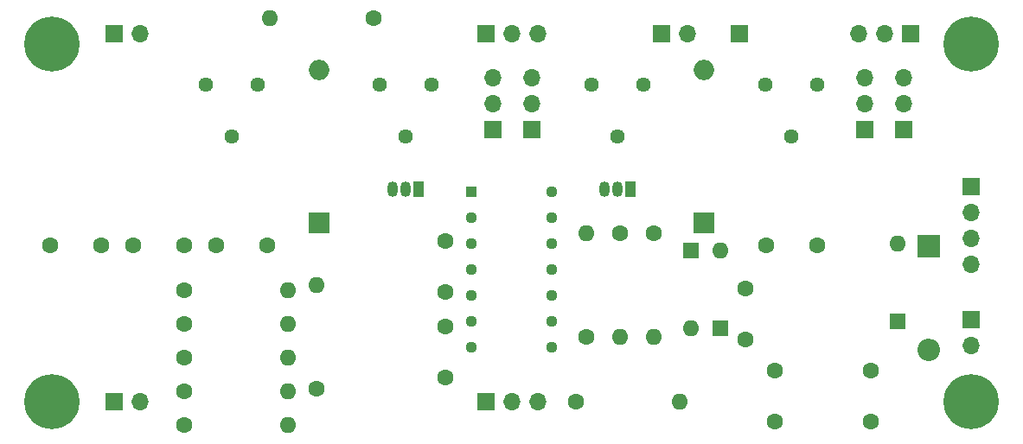
<source format=gbr>
G04 #@! TF.GenerationSoftware,KiCad,Pcbnew,(5.1.6)-1*
G04 #@! TF.CreationDate,2021-04-21T10:00:15-05:00*
G04 #@! TF.ProjectId,GuitarBoard,47756974-6172-4426-9f61-72642e6b6963,rev?*
G04 #@! TF.SameCoordinates,Original*
G04 #@! TF.FileFunction,Soldermask,Top*
G04 #@! TF.FilePolarity,Negative*
%FSLAX46Y46*%
G04 Gerber Fmt 4.6, Leading zero omitted, Abs format (unit mm)*
G04 Created by KiCad (PCBNEW (5.1.6)-1) date 2021-04-21 10:00:15*
%MOMM*%
%LPD*%
G01*
G04 APERTURE LIST*
%ADD10C,1.440000*%
%ADD11R,1.700000X1.700000*%
%ADD12O,1.700000X1.700000*%
%ADD13C,1.600000*%
%ADD14R,2.000000X2.000000*%
%ADD15O,2.000000X2.000000*%
%ADD16R,2.200000X2.200000*%
%ADD17O,2.200000X2.200000*%
%ADD18R,1.600000X1.600000*%
%ADD19O,1.600000X1.600000*%
%ADD20C,5.400000*%
%ADD21R,1.130000X1.130000*%
%ADD22C,1.130000*%
%ADD23O,1.050000X1.500000*%
%ADD24R,1.050000X1.500000*%
G04 APERTURE END LIST*
D10*
G04 #@! TO.C,Dist Volume*
X114808000Y-84000000D03*
X117348000Y-89080000D03*
X119888000Y-84000000D03*
G04 #@! TD*
D11*
G04 #@! TO.C,9V*
X152000000Y-107000000D03*
D12*
X152000000Y-109540000D03*
G04 #@! TD*
D13*
G04 #@! TO.C,C1*
X66802000Y-99714000D03*
X61802000Y-99714000D03*
G04 #@! TD*
G04 #@! TO.C,C2*
X74930000Y-99714000D03*
X69930000Y-99714000D03*
G04 #@! TD*
G04 #@! TO.C,C3*
X131906000Y-99714000D03*
X136906000Y-99714000D03*
G04 #@! TD*
G04 #@! TO.C,C4*
X83058000Y-99714000D03*
X78058000Y-99714000D03*
G04 #@! TD*
G04 #@! TO.C,C5*
X100476000Y-104314000D03*
X100476000Y-99314000D03*
G04 #@! TD*
G04 #@! TO.C,C6*
X100476000Y-107696000D03*
X100476000Y-112696000D03*
G04 #@! TD*
G04 #@! TO.C,C7*
X142132000Y-117014000D03*
X142132000Y-112014000D03*
G04 #@! TD*
G04 #@! TO.C,C8*
X129902000Y-108966000D03*
X129902000Y-103966000D03*
G04 #@! TD*
G04 #@! TO.C,C9*
X132734000Y-117014000D03*
X132734000Y-112014000D03*
G04 #@! TD*
D14*
G04 #@! TO.C,C10*
X125857000Y-97536000D03*
D15*
X125857000Y-82536000D03*
G04 #@! TD*
G04 #@! TO.C,C11*
X88138000Y-82536000D03*
D14*
X88138000Y-97536000D03*
G04 #@! TD*
D16*
G04 #@! TO.C,D1*
X147828000Y-99822000D03*
D17*
X147828000Y-109982000D03*
G04 #@! TD*
D18*
G04 #@! TO.C,D2*
X127444500Y-107823000D03*
D19*
X127444500Y-100203000D03*
G04 #@! TD*
G04 #@! TO.C,D3*
X124557501Y-107823000D03*
D18*
X124557501Y-100203000D03*
G04 #@! TD*
G04 #@! TO.C,D4*
X144780000Y-107188000D03*
D19*
X144780000Y-99568000D03*
G04 #@! TD*
D20*
G04 #@! TO.C,H1*
X62000000Y-80000000D03*
G04 #@! TD*
G04 #@! TO.C,H2*
X152000000Y-80000000D03*
G04 #@! TD*
G04 #@! TO.C,H3*
X62000000Y-115000000D03*
G04 #@! TD*
G04 #@! TO.C,H4*
X152000000Y-115000000D03*
G04 #@! TD*
D21*
G04 #@! TO.C,JLCJLCJLCJLC*
X103030000Y-94488000D03*
D22*
X103030000Y-97028000D03*
X103030000Y-99568000D03*
X103030000Y-102108000D03*
X103030000Y-104648000D03*
X103030000Y-107188000D03*
X103030000Y-109728000D03*
X110970000Y-109728000D03*
X110970000Y-107188000D03*
X110970000Y-104648000D03*
X110970000Y-102108000D03*
X110970000Y-99568000D03*
X110970000Y-97028000D03*
X110970000Y-94488000D03*
G04 #@! TD*
D12*
G04 #@! TO.C,Pickups*
X124206000Y-78994000D03*
D11*
X121666000Y-78994000D03*
G04 #@! TD*
G04 #@! TO.C,Input*
X104500000Y-115000000D03*
D12*
X107040000Y-115000000D03*
X109580000Y-115000000D03*
G04 #@! TD*
D11*
G04 #@! TO.C,Bridge*
X129286000Y-78994000D03*
G04 #@! TD*
G04 #@! TO.C,Output*
X68050000Y-115000000D03*
D12*
X70590000Y-115000000D03*
G04 #@! TD*
D11*
G04 #@! TO.C,Amp*
X152000000Y-93980000D03*
D12*
X152000000Y-96520000D03*
X152000000Y-99060000D03*
X152000000Y-101600000D03*
G04 #@! TD*
D23*
G04 #@! TO.C,Q1*
X96652000Y-94234000D03*
X95382000Y-94234000D03*
D24*
X97922000Y-94234000D03*
G04 #@! TD*
G04 #@! TO.C,Q2*
X118618000Y-94234000D03*
D23*
X116078000Y-94234000D03*
X117348000Y-94234000D03*
G04 #@! TD*
D13*
G04 #@! TO.C,R1*
X93472000Y-77470000D03*
D19*
X83312000Y-77470000D03*
G04 #@! TD*
G04 #@! TO.C,R2*
X85090000Y-107442000D03*
D13*
X74930000Y-107442000D03*
G04 #@! TD*
G04 #@! TO.C,R3*
X87884000Y-113792000D03*
D19*
X87884000Y-103632000D03*
G04 #@! TD*
G04 #@! TO.C,R4*
X85090000Y-104140000D03*
D13*
X74930000Y-104140000D03*
G04 #@! TD*
G04 #@! TO.C,R5*
X74930000Y-114046000D03*
D19*
X85090000Y-114046000D03*
G04 #@! TD*
G04 #@! TO.C,R6*
X85090000Y-110744000D03*
D13*
X74930000Y-110744000D03*
G04 #@! TD*
G04 #@! TO.C,R7*
X74930000Y-117348000D03*
D19*
X85090000Y-117348000D03*
G04 #@! TD*
G04 #@! TO.C,R8*
X114300000Y-98552000D03*
D13*
X114300000Y-108712000D03*
G04 #@! TD*
G04 #@! TO.C,R9*
X117602000Y-98552000D03*
D19*
X117602000Y-108712000D03*
G04 #@! TD*
G04 #@! TO.C,R10*
X120904000Y-108712000D03*
D13*
X120904000Y-98552000D03*
G04 #@! TD*
G04 #@! TO.C,R11*
X113284000Y-115062000D03*
D19*
X123444000Y-115062000D03*
G04 #@! TD*
D12*
G04 #@! TO.C,Volume*
X140970000Y-79000000D03*
X143510000Y-79000000D03*
D11*
X146050000Y-79000000D03*
G04 #@! TD*
G04 #@! TO.C,Tone*
X104500000Y-79000000D03*
D12*
X107040000Y-79000000D03*
X109580000Y-79000000D03*
G04 #@! TD*
D10*
G04 #@! TO.C,Dist Level*
X136906000Y-84000000D03*
X134366000Y-89080000D03*
X131826000Y-84000000D03*
G04 #@! TD*
G04 #@! TO.C,8Bit Out*
X82174000Y-84000000D03*
X79634000Y-89080000D03*
X77094000Y-84000000D03*
G04 #@! TD*
G04 #@! TO.C,8Bit In*
X94112000Y-84000000D03*
X96652000Y-89080000D03*
X99192000Y-84000000D03*
G04 #@! TD*
D12*
G04 #@! TO.C,SW1*
X70590000Y-79000000D03*
D11*
X68050000Y-79000000D03*
G04 #@! TD*
D12*
G04 #@! TO.C,SW2*
X141605000Y-83312000D03*
X141605000Y-85852000D03*
D11*
X141605000Y-88392000D03*
G04 #@! TD*
G04 #@! TO.C,SW3*
X145415000Y-88392000D03*
D12*
X145415000Y-85852000D03*
X145415000Y-83312000D03*
G04 #@! TD*
G04 #@! TO.C,SW4*
X105135000Y-83312000D03*
X105135000Y-85852000D03*
D11*
X105135000Y-88392000D03*
G04 #@! TD*
G04 #@! TO.C,SW5*
X108945000Y-88392000D03*
D12*
X108945000Y-85852000D03*
X108945000Y-83312000D03*
G04 #@! TD*
M02*

</source>
